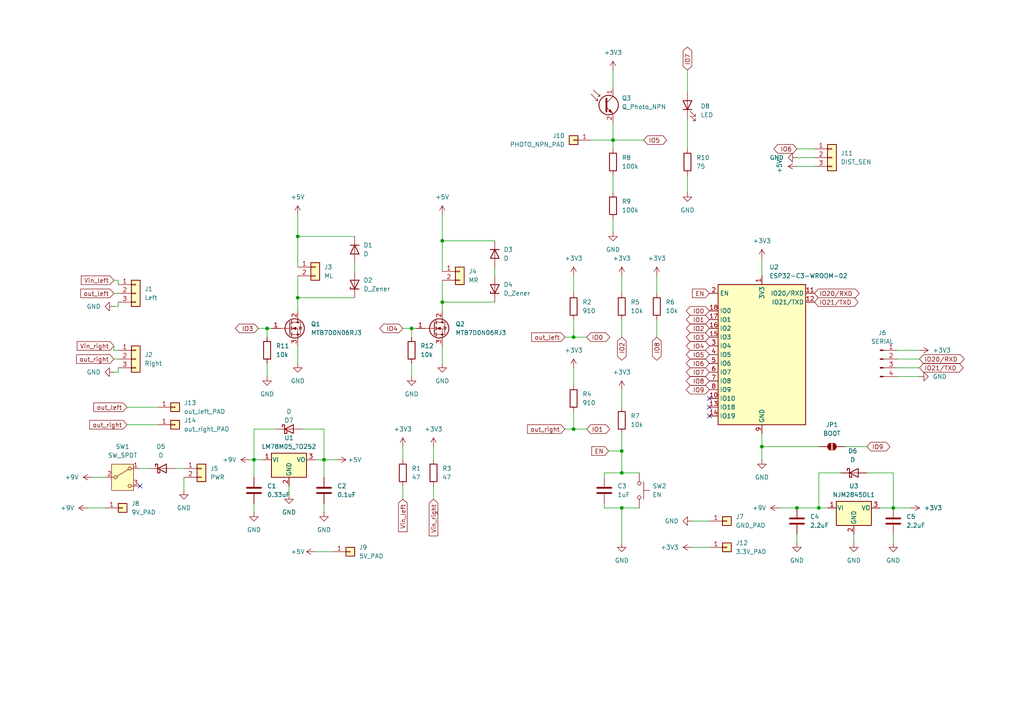
<source format=kicad_sch>
(kicad_sch (version 20250114) (generator "eeschema") (generator_version "9.0")
  (paper "A4")
  (lib_symbols
    (symbol "Connector:Conn_01x04_Pin" (pin_names (offset 1.016) (hide yes))
      (property "Reference" "J" (at 0 5.08 0))
      (property "Value" "Conn_01x04_Pin" (at 0 -7.62 0))
      (symbol "Conn_01x04_Pin_1_1"
        (pin passive line (at 5.08 2.54 180) (length 3.81) (name "Pin_1") (number "1"))
        (pin passive line (at 5.08 0 180) (length 3.81) (name "Pin_2") (number "2"))
        (pin passive line (at 5.08 -2.54 180) (length 3.81) (name "Pin_3") (number "3"))
        (pin passive line (at 5.08 -5.08 180) (length 3.81) (name "Pin_4") (number "4"))
      )
    )
    (symbol "Connector_Generic:Conn_01x01" (pin_names (offset 1.016) (hide yes))
      (property "Reference" "J" (at 0 2.54 0))
      (property "Value" "Conn_01x01" (at 0 -2.54 0))
      (symbol "Conn_01x01_1_1"
        (pin passive line (at -5.08 0 0) (length 3.81) (name "Pin_1") (number "1"))
      )
    )
    (symbol "Connector_Generic:Conn_01x02" (pin_names (offset 1.016) (hide yes))
      (property "Reference" "J" (at 0 2.54 0))
      (property "Value" "Conn_01x02" (at 0 -5.08 0))
      (symbol "Conn_01x02_1_1"
        (pin passive line (at -5.08 0 0) (length 3.81) (name "Pin_1") (number "1"))
        (pin passive line (at -5.08 -2.54 0) (length 3.81) (name "Pin_2") (number "2"))
      )
    )
    (symbol "Connector_Generic:Conn_01x03" (pin_names (offset 1.016) (hide yes))
      (property "Reference" "J" (at 0 5.08 0))
      (property "Value" "Conn_01x03" (at 0 -5.08 0))
      (symbol "Conn_01x03_1_1"
        (pin passive line (at -5.08 2.54 0) (length 3.81) (name "Pin_1") (number "1"))
        (pin passive line (at -5.08 0 0) (length 3.81) (name "Pin_2") (number "2"))
        (pin passive line (at -5.08 -2.54 0) (length 3.81) (name "Pin_3") (number "3"))
      )
    )
    (symbol "Device:C" (pin_numbers (hide yes)) (pin_names (offset 0.254))
      (property "Reference" "C" (at 0.635 2.54 0))
      (property "Value" "C" (at 0.635 -2.54 0))
      (symbol "C_1_1"
        (pin passive line (at 0 3.81 270) (length 2.794) (name "~") (number "1"))
        (pin passive line (at 0 -3.81 90) (length 2.794) (name "~") (number "2"))
      )
    )
    (symbol "Device:D" (pin_numbers (hide yes)) (pin_names (offset 1.016) (hide yes))
      (property "Reference" "D" (at 0 2.54 0))
      (property "Value" "D" (at 0 -2.54 0))
      (symbol "D_1_1"
        (pin passive line (at -3.81 0 0) (length 2.54) (name "K") (number "1"))
        (pin passive line (at 3.81 0 180) (length 2.54) (name "A") (number "2"))
      )
    )
    (symbol "Device:D_Schottky" (pin_numbers (hide yes)) (pin_names (offset 1.016) (hide yes))
      (property "Reference" "D" (at 0 2.54 0))
      (property "Value" "D_Schottky" (at 0 -2.54 0))
      (symbol "D_Schottky_1_1"
        (pin passive line (at -3.81 0 0) (length 2.54) (name "K") (number "1"))
        (pin passive line (at 3.81 0 180) (length 2.54) (name "A") (number "2"))
      )
    )
    (symbol "Device:D_Zener" (pin_numbers (hide yes)) (pin_names (offset 1.016) (hide yes))
      (property "Reference" "D" (at 0 2.54 0))
      (property "Value" "D_Zener" (at 0 -2.54 0))
      (symbol "D_Zener_1_1"
        (pin passive line (at -3.81 0 0) (length 2.54) (name "K") (number "1"))
        (pin passive line (at 3.81 0 180) (length 2.54) (name "A") (number "2"))
      )
    )
    (symbol "Device:LED" (pin_numbers (hide yes)) (pin_names (offset 1.016) (hide yes))
      (property "Reference" "D" (at 0 2.54 0))
      (property "Value" "LED" (at 0 -2.54 0))
      (symbol "LED_1_1"
        (pin passive line (at -3.81 0 0) (length 2.54) (name "K") (number "1"))
        (pin passive line (at 3.81 0 180) (length 2.54) (name "A") (number "2"))
      )
    )
    (symbol "Device:Q_Photo_NPN" (pin_names (offset 0) (hide yes))
      (property "Reference" "Q" (at 5.08 1.27 0))
      (property "Value" "Q_Photo_NPN" (at 5.08 -1.27 0))
      (symbol "Q_Photo_NPN_1_1"
        (pin passive line (at 2.54 5.08 270) (length 2.54) (name "C") (number "1"))
        (pin passive line (at 2.54 -5.08 90) (length 2.54) (name "E") (number "2"))
      )
    )
    (symbol "Device:R" (pin_numbers (hide yes)) (pin_names (offset 0))
      (property "Reference" "R" (at 2.032 0 90))
      (property "Value" "R" (at 0 0 90))
      (symbol "R_1_1"
        (pin passive line (at 0 3.81 270) (length 1.27) (name "~") (number "1"))
        (pin passive line (at 0 -3.81 90) (length 1.27) (name "~") (number "2"))
      )
    )
    (symbol "Jumper:SolderJumper_2_Open" (pin_numbers (hide yes)) (pin_names (offset 0) (hide yes)) (in_bom no)
      (property "Reference" "JP" (at 0 2.032 0))
      (property "Value" "SolderJumper_2_Open" (at 0 -2.54 0))
      (symbol "SolderJumper_2_Open_1_1"
        (pin passive line (at -3.81 0 0) (length 2.54) (name "A") (number "1"))
        (pin passive line (at 3.81 0 180) (length 2.54) (name "B") (number "2"))
      )
    )
    (symbol "RF_Module:ESP32-C3-WROOM-02"
      (property "Reference" "U" (at -12.192 21.336 0))
      (property "Value" "ESP32-C3-WROOM-02" (at 12.192 21.336 0))
      (symbol "ESP32-C3-WROOM-02_1_1"
        (pin input line (at -15.24 17.78 0) (length 2.54) (name "EN") (number "2"))
        (pin bidirectional line (at -15.24 12.7 0) (length 2.54) (name "IO0") (number "18"))
        (pin bidirectional line (at -15.24 10.16 0) (length 2.54) (name "IO1") (number "17"))
        (pin bidirectional line (at -15.24 7.62 0) (length 2.54) (name "IO2") (number "16"))
        (pin bidirectional line (at -15.24 5.08 0) (length 2.54) (name "IO3") (number "15"))
        (pin bidirectional line (at -15.24 2.54 0) (length 2.54) (name "IO4") (number "3"))
        (pin bidirectional line (at -15.24 0 0) (length 2.54) (name "IO5") (number "4"))
        (pin bidirectional line (at -15.24 -2.54 0) (length 2.54) (name "IO6") (number "5"))
        (pin bidirectional line (at -15.24 -5.08 0) (length 2.54) (name "IO7") (number "6"))
        (pin bidirectional line (at -15.24 -7.62 0) (length 2.54) (name "IO8") (number "7"))
        (pin bidirectional line (at -15.24 -10.16 0) (length 2.54) (name "IO9") (number "8"))
        (pin bidirectional line (at -15.24 -12.7 0) (length 2.54) (name "IO10") (number "10"))
        (pin bidirectional line (at -15.24 -15.24 0) (length 2.54) (name "IO18") (number "13"))
        (pin bidirectional line (at -15.24 -17.78 0) (length 2.54) (name "IO19") (number "14"))
        (pin power_in line (at 0 22.86 270) (length 2.54) (name "3V3") (number "1"))
        (pin passive line (at 0 -22.86 90) (length 2.54) (hide yes) (name "GND") (number "19"))
        (pin power_in line (at 0 -22.86 90) (length 2.54) (name "GND") (number "9"))
        (pin bidirectional line (at 15.24 17.78 180) (length 2.54) (name "IO20/RXD") (number "11"))
        (pin bidirectional line (at 15.24 15.24 180) (length 2.54) (name "IO21/TXD") (number "12"))
      )
    )
    (symbol "Regulator_Linear:LM78M05_TO252" (pin_names (offset 0.254))
      (property "Reference" "U" (at -3.81 3.175 0))
      (property "Value" "LM78M05_TO252" (at 0 3.175 0))
      (symbol "LM78M05_TO252_1_1"
        (pin power_in line (at -7.62 0 0) (length 2.54) (name "VI") (number "1"))
        (pin power_in line (at 0 -7.62 90) (length 2.54) (name "GND") (number "2"))
        (pin power_out line (at 7.62 0 180) (length 2.54) (name "VO") (number "3"))
      )
    )
    (symbol "Switch:SW_Push" (pin_numbers (hide yes)) (pin_names (offset 1.016) (hide yes))
      (property "Reference" "SW" (at 1.27 2.54 0))
      (property "Value" "SW_Push" (at 0 -1.524 0))
      (symbol "SW_Push_0_1"
        (pin passive line (at -5.08 0 0) (length 2.54) (name "1") (number "1"))
        (pin passive line (at 5.08 0 180) (length 2.54) (name "2") (number "2"))
      )
    )
    (symbol "Switch:SW_SPDT" (pin_names (offset 0) (hide yes))
      (property "Reference" "SW" (at 0 5.08 0))
      (property "Value" "SW_SPDT" (at 0 -5.08 0))
      (symbol "SW_SPDT_1_1"
        (pin passive line (at -5.08 0 0) (length 2.54) (name "B") (number "2"))
        (pin passive line (at 5.08 2.54 180) (length 2.54) (name "A") (number "1"))
        (pin passive line (at 5.08 -2.54 180) (length 2.54) (name "C") (number "3"))
      )
    )
    (symbol "power:+3V3" (power) (pin_numbers (hide yes)) (pin_names (offset 0) (hide yes))
      (property "Value" "+3V3" (at 0 3.556 0))
      (symbol "+3V3_1_1"
        (pin power_in line (at 0 0 90) (length 0) (name "~") (number "1"))
      )
    )
    (symbol "power:+5V" (power) (pin_numbers (hide yes)) (pin_names (offset 0) (hide yes))
      (property "Value" "+5V" (at 0 3.556 0))
      (symbol "+5V_1_1"
        (pin power_in line (at 0 0 90) (length 0) (name "~") (number "1"))
      )
    )
    (symbol "power:+9V" (power) (pin_numbers (hide yes)) (pin_names (offset 0) (hide yes))
      (property "Value" "+9V" (at 0 3.556 0))
      (symbol "+9V_1_1"
        (pin power_in line (at 0 0 90) (length 0) (name "~") (number "1"))
      )
    )
    (symbol "power:GND" (power) (pin_numbers (hide yes)) (pin_names (offset 0) (hide yes))
      (property "Value" "GND" (at 0 -3.81 0))
      (symbol "GND_1_1"
        (pin power_in line (at 0 0 270) (length 0) (name "~") (number "1"))
      )
    )
    (symbol "project:MTB7D0N06RJ3" (pin_names (hide yes))
      (property "Reference" "Q" (at 5.08 1.905 0))
      (property "Value" "MTB7D0N06RJ3" (at 5.08 0 0))
      (symbol "MTB7D0N06RJ3_1_1"
        (pin input line (at -5.08 0 0) (length 2.54) (name "G") (number "1"))
        (pin passive line (at 2.54 5.08 270) (length 2.54) (name "D") (number "2"))
        (pin passive line (at 2.54 -5.08 90) (length 2.54) (name "S") (number "3"))
      )
    )
  )
  (junction (at 259.08 147.32))
  (junction (at 128.27 87.63))
  (junction (at 86.36 86.36))
  (junction (at 177.8 40.64))
  (junction (at 119.38 95.25))
  (junction (at 220.98 129.54))
  (junction (at 237.49 147.32))
  (junction (at 86.36 68.58))
  (junction (at 180.34 130.81))
  (junction (at 166.37 124.46))
  (junction (at 166.37 97.79))
  (junction (at 73.66 133.35))
  (junction (at 128.27 69.85))
  (junction (at 231.14 147.32))
  (junction (at 180.34 137.16))
  (junction (at 77.47 95.25))
  (junction (at 180.34 147.32))
  (junction (at 93.98 133.35))
  (no_connect (at 205.74 120.65))
  (no_connect (at 205.74 118.11))
  (no_connect (at 40.64 140.97))
  (no_connect (at 205.74 115.57))
  (wire (pts (xy 93.98 133.35) (xy 97.79 133.35)))
  (wire (pts (xy 86.36 62.23) (xy 86.36 68.58)))
  (wire (pts (xy 260.35 101.6) (xy 266.7 101.6)))
  (wire (pts (xy 25.4 147.32) (xy 30.48 147.32)))
  (wire (pts (xy 176.53 130.81) (xy 180.34 130.81)))
  (wire (pts (xy 125.73 129.54) (xy 125.73 133.35)))
  (wire (pts (xy 74.93 95.25) (xy 77.47 95.25)))
  (wire (pts (xy 33.02 107.95) (xy 34.29 107.95)))
  (wire (pts (xy 185.42 147.32) (xy 180.34 147.32)))
  (wire (pts (xy 93.98 124.46) (xy 93.98 133.35)))
  (wire (pts (xy 33.02 88.9) (xy 34.29 88.9)))
  (wire (pts (xy 33.02 85.09) (xy 34.29 85.09)))
  (wire (pts (xy 177.8 40.64) (xy 186.69 40.64)))
  (wire (pts (xy 86.36 68.58) (xy 86.36 77.47)))
  (wire (pts (xy 116.84 140.97) (xy 116.84 144.78)))
  (wire (pts (xy 231.14 154.94) (xy 231.14 157.48)))
  (wire (pts (xy 116.84 95.25) (xy 119.38 95.25)))
  (wire (pts (xy 177.8 20.32) (xy 177.8 25.4)))
  (wire (pts (xy 33.02 81.28) (xy 34.29 81.28)))
  (wire (pts (xy 180.34 80.01) (xy 180.34 85.09)))
  (wire (pts (xy 73.66 124.46) (xy 73.66 133.35)))
  (wire (pts (xy 166.37 80.01) (xy 166.37 85.09)))
  (wire (pts (xy 231.14 48.26) (xy 236.22 48.26)))
  (wire (pts (xy 34.29 81.28) (xy 34.29 82.55)))
  (wire (pts (xy 251.46 137.16) (xy 259.08 137.16)))
  (wire (pts (xy 220.98 129.54) (xy 220.98 133.35)))
  (wire (pts (xy 128.27 100.33) (xy 128.27 105.41)))
  (wire (pts (xy 34.29 107.95) (xy 34.29 106.68)))
  (wire (pts (xy 77.47 105.41) (xy 77.47 109.22)))
  (wire (pts (xy 86.36 100.33) (xy 86.36 105.41)))
  (wire (pts (xy 243.84 137.16) (xy 237.49 137.16)))
  (wire (pts (xy 125.73 140.97) (xy 125.73 144.78)))
  (wire (pts (xy 80.01 124.46) (xy 73.66 124.46)))
  (wire (pts (xy 177.8 40.64) (xy 177.8 43.18)))
  (wire (pts (xy 87.63 124.46) (xy 93.98 124.46)))
  (wire (pts (xy 259.08 154.94) (xy 259.08 157.48)))
  (wire (pts (xy 163.83 97.79) (xy 166.37 97.79)))
  (wire (pts (xy 166.37 124.46) (xy 163.83 124.46)))
  (wire (pts (xy 260.35 104.14) (xy 266.7 104.14)))
  (wire (pts (xy 255.27 147.32) (xy 259.08 147.32)))
  (wire (pts (xy 247.65 154.94) (xy 247.65 157.48)))
  (wire (pts (xy 119.38 105.41) (xy 119.38 109.22)))
  (wire (pts (xy 36.83 118.11) (xy 45.72 118.11)))
  (wire (pts (xy 128.27 69.85) (xy 128.27 78.74)))
  (wire (pts (xy 83.82 140.97) (xy 83.82 143.51)))
  (wire (pts (xy 34.29 88.9) (xy 34.29 87.63)))
  (wire (pts (xy 86.36 80.01) (xy 86.36 86.36)))
  (wire (pts (xy 166.37 124.46) (xy 170.18 124.46)))
  (wire (pts (xy 190.5 92.71) (xy 190.5 97.79)))
  (wire (pts (xy 86.36 68.58) (xy 102.87 68.58)))
  (wire (pts (xy 180.34 92.71) (xy 180.34 97.79)))
  (wire (pts (xy 260.35 106.68) (xy 266.7 106.68)))
  (wire (pts (xy 175.26 146.05) (xy 175.26 147.32)))
  (wire (pts (xy 93.98 146.05) (xy 93.98 148.59)))
  (wire (pts (xy 128.27 87.63) (xy 128.27 90.17)))
  (wire (pts (xy 86.36 86.36) (xy 86.36 90.17)))
  (wire (pts (xy 119.38 95.25) (xy 119.38 97.79)))
  (wire (pts (xy 180.34 137.16) (xy 180.34 130.81)))
  (wire (pts (xy 237.49 137.16) (xy 237.49 147.32)))
  (wire (pts (xy 86.36 86.36) (xy 102.87 86.36)))
  (wire (pts (xy 26.67 138.43) (xy 30.48 138.43)))
  (wire (pts (xy 33.02 104.14) (xy 34.29 104.14)))
  (wire (pts (xy 199.39 20.32) (xy 199.39 26.67)))
  (wire (pts (xy 177.8 63.5) (xy 177.8 67.31)))
  (wire (pts (xy 128.27 87.63) (xy 143.51 87.63)))
  (wire (pts (xy 199.39 50.8) (xy 199.39 55.88)))
  (wire (pts (xy 93.98 133.35) (xy 93.98 138.43)))
  (wire (pts (xy 220.98 125.73) (xy 220.98 129.54)))
  (wire (pts (xy 260.35 109.22) (xy 266.7 109.22)))
  (wire (pts (xy 128.27 81.28) (xy 128.27 87.63)))
  (wire (pts (xy 40.64 135.89) (xy 43.18 135.89)))
  (wire (pts (xy 166.37 97.79) (xy 170.18 97.79)))
  (wire (pts (xy 231.14 147.32) (xy 237.49 147.32)))
  (wire (pts (xy 180.34 147.32) (xy 180.34 157.48)))
  (wire (pts (xy 166.37 92.71) (xy 166.37 97.79)))
  (wire (pts (xy 77.47 95.25) (xy 78.74 95.25)))
  (wire (pts (xy 259.08 147.32) (xy 264.16 147.32)))
  (wire (pts (xy 177.8 35.56) (xy 177.8 40.64)))
  (wire (pts (xy 128.27 69.85) (xy 143.51 69.85)))
  (wire (pts (xy 180.34 113.03) (xy 180.34 118.11)))
  (wire (pts (xy 185.42 137.16) (xy 180.34 137.16)))
  (wire (pts (xy 73.66 133.35) (xy 76.2 133.35)))
  (wire (pts (xy 237.49 147.32) (xy 240.03 147.32)))
  (wire (pts (xy 102.87 76.2) (xy 102.87 78.74)))
  (wire (pts (xy 143.51 77.47) (xy 143.51 80.01)))
  (wire (pts (xy 128.27 62.23) (xy 128.27 69.85)))
  (wire (pts (xy 166.37 106.68) (xy 166.37 111.76)))
  (wire (pts (xy 175.26 137.16) (xy 180.34 137.16)))
  (wire (pts (xy 73.66 133.35) (xy 73.66 138.43)))
  (wire (pts (xy 231.14 45.72) (xy 236.22 45.72)))
  (wire (pts (xy 175.26 138.43) (xy 175.26 137.16)))
  (wire (pts (xy 116.84 129.54) (xy 116.84 133.35)))
  (wire (pts (xy 199.39 34.29) (xy 199.39 43.18)))
  (wire (pts (xy 166.37 119.38) (xy 166.37 124.46)))
  (wire (pts (xy 33.02 100.33) (xy 33.02 101.6)))
  (wire (pts (xy 259.08 137.16) (xy 259.08 147.32)))
  (wire (pts (xy 91.44 133.35) (xy 93.98 133.35)))
  (wire (pts (xy 72.39 133.35) (xy 73.66 133.35)))
  (wire (pts (xy 77.47 95.25) (xy 77.47 97.79)))
  (wire (pts (xy 91.44 160.02) (xy 96.52 160.02)))
  (wire (pts (xy 50.8 135.89) (xy 53.34 135.89)))
  (wire (pts (xy 177.8 50.8) (xy 177.8 55.88)))
  (wire (pts (xy 200.66 158.75) (xy 205.74 158.75)))
  (wire (pts (xy 171.45 40.64) (xy 177.8 40.64)))
  (wire (pts (xy 226.06 147.32) (xy 231.14 147.32)))
  (wire (pts (xy 220.98 129.54) (xy 237.49 129.54)))
  (wire (pts (xy 190.5 80.01) (xy 190.5 85.09)))
  (wire (pts (xy 175.26 147.32) (xy 180.34 147.32)))
  (wire (pts (xy 119.38 95.25) (xy 120.65 95.25)))
  (wire (pts (xy 53.34 138.43) (xy 53.34 142.24)))
  (wire (pts (xy 73.66 146.05) (xy 73.66 148.59)))
  (wire (pts (xy 180.34 130.81) (xy 180.34 125.73)))
  (wire (pts (xy 220.98 74.93) (xy 220.98 80.01)))
  (wire (pts (xy 33.02 101.6) (xy 34.29 101.6)))
  (wire (pts (xy 245.11 129.54) (xy 251.46 129.54)))
  (wire (pts (xy 200.66 151.13) (xy 205.74 151.13)))
  (wire (pts (xy 36.83 123.19) (xy 45.72 123.19)))
  (wire (pts (xy 231.14 43.18) (xy 236.22 43.18)))
  (global_label "out_left" (shape input) (at 33.02 85.09 180) (property "Intersheetrefs" "${INTERSHEET_REFS}" (effects (hide yes))))
  (global_label "IO9" (shape bidirectional) (at 205.74 113.03 180) (property "Intersheetrefs" "${INTERSHEET_REFS}" (effects (hide yes))))
  (global_label "IO9" (shape bidirectional) (at 251.46 129.54 0) (property "Intersheetrefs" "${INTERSHEET_REFS}" (effects (hide yes))))
  (global_label "out_left" (shape input) (at 163.83 97.79 180) (property "Intersheetrefs" "${INTERSHEET_REFS}" (effects (hide yes))))
  (global_label "EN" (shape input) (at 176.53 130.81 180) (property "Intersheetrefs" "${INTERSHEET_REFS}" (effects (hide yes))))
  (global_label "Vin_left" (shape input) (at 116.84 144.78 270) (property "Intersheetrefs" "${INTERSHEET_REFS}" (effects (hide yes))))
  (global_label "IO5" (shape bidirectional) (at 186.69 40.64 0) (property "Intersheetrefs" "${INTERSHEET_REFS}" (effects (hide yes))))
  (global_label "Vin_right" (shape input) (at 33.02 100.33 180) (property "Intersheetrefs" "${INTERSHEET_REFS}" (effects (hide yes))))
  (global_label "IO5" (shape bidirectional) (at 205.74 102.87 180) (property "Intersheetrefs" "${INTERSHEET_REFS}" (effects (hide yes))))
  (global_label "IO2" (shape bidirectional) (at 205.74 95.25 180) (property "Intersheetrefs" "${INTERSHEET_REFS}" (effects (hide yes))))
  (global_label "IO20/RXD" (shape bidirectional) (at 236.22 85.09 0) (property "Intersheetrefs" "${INTERSHEET_REFS}" (effects (hide yes))))
  (global_label "IO0" (shape bidirectional) (at 170.18 97.79 0) (property "Intersheetrefs" "${INTERSHEET_REFS}" (effects (hide yes))))
  (global_label "out_left" (shape input) (at 36.83 118.11 180) (property "Intersheetrefs" "${INTERSHEET_REFS}" (effects (hide yes))))
  (global_label "IO4" (shape bidirectional) (at 205.74 100.33 180) (property "Intersheetrefs" "${INTERSHEET_REFS}" (effects (hide yes))))
  (global_label "IO3" (shape bidirectional) (at 205.74 97.79 180) (property "Intersheetrefs" "${INTERSHEET_REFS}" (effects (hide yes))))
  (global_label "IO6" (shape bidirectional) (at 205.74 105.41 180) (property "Intersheetrefs" "${INTERSHEET_REFS}" (effects (hide yes))))
  (global_label "IO20/RXD" (shape bidirectional) (at 266.7 104.14 0) (property "Intersheetrefs" "${INTERSHEET_REFS}" (effects (hide yes))))
  (global_label "EN" (shape input) (at 205.74 85.09 180) (property "Intersheetrefs" "${INTERSHEET_REFS}" (effects (hide yes))))
  (global_label "Vin_right" (shape input) (at 125.73 144.78 270) (property "Intersheetrefs" "${INTERSHEET_REFS}" (effects (hide yes))))
  (global_label "out_right" (shape input) (at 33.02 104.14 180) (property "Intersheetrefs" "${INTERSHEET_REFS}" (effects (hide yes))))
  (global_label "IO7" (shape bidirectional) (at 199.39 20.32 90) (property "Intersheetrefs" "${INTERSHEET_REFS}" (effects (hide yes))))
  (global_label "IO4" (shape bidirectional) (at 116.84 95.25 180) (property "Intersheetrefs" "${INTERSHEET_REFS}" (effects (hide yes))))
  (global_label "IO21/TXD" (shape bidirectional) (at 236.22 87.63 0) (property "Intersheetrefs" "${INTERSHEET_REFS}" (effects (hide yes))))
  (global_label "out_right" (shape input) (at 36.83 123.19 180) (property "Intersheetrefs" "${INTERSHEET_REFS}" (effects (hide yes))))
  (global_label "Vin_left" (shape input) (at 33.02 81.28 180) (property "Intersheetrefs" "${INTERSHEET_REFS}" (effects (hide yes))))
  (global_label "IO8" (shape bidirectional) (at 190.5 97.79 270) (property "Intersheetrefs" "${INTERSHEET_REFS}" (effects (hide yes))))
  (global_label "IO7" (shape bidirectional) (at 205.74 107.95 180) (property "Intersheetrefs" "${INTERSHEET_REFS}" (effects (hide yes))))
  (global_label "IO21/TXD" (shape bidirectional) (at 266.7 106.68 0) (property "Intersheetrefs" "${INTERSHEET_REFS}" (effects (hide yes))))
  (global_label "IO3" (shape bidirectional) (at 74.93 95.25 180) (property "Intersheetrefs" "${INTERSHEET_REFS}" (effects (hide yes))))
  (global_label "IO1" (shape bidirectional) (at 170.18 124.46 0) (property "Intersheetrefs" "${INTERSHEET_REFS}" (effects (hide yes))))
  (global_label "IO8" (shape bidirectional) (at 205.74 110.49 180) (property "Intersheetrefs" "${INTERSHEET_REFS}" (effects (hide yes))))
  (global_label "IO2" (shape bidirectional) (at 180.34 97.79 270) (property "Intersheetrefs" "${INTERSHEET_REFS}" (effects (hide yes))))
  (global_label "IO6" (shape bidirectional) (at 231.14 43.18 180) (property "Intersheetrefs" "${INTERSHEET_REFS}" (effects (hide yes))))
  (global_label "IO0" (shape bidirectional) (at 205.74 90.17 180) (property "Intersheetrefs" "${INTERSHEET_REFS}" (effects (hide yes))))
  (global_label "out_right" (shape input) (at 163.83 124.46 180) (property "Intersheetrefs" "${INTERSHEET_REFS}" (effects (hide yes))))
  (global_label "IO1" (shape bidirectional) (at 205.74 92.71 180) (property "Intersheetrefs" "${INTERSHEET_REFS}" (effects (hide yes))))
  (symbol (lib_id "power:+3V3") (at 190.5 80.01 0) (unit 1)
    (property "Reference" "#PWR020" (effects (hide yes)))
    (property "Value" "+3V3" (at 190.5 74.93 0))
    (property "Description" "Power symbol creates a global label with name \"+3V3\"" (effects (hide yes)))
  )
  (symbol (lib_id "Device:D_Schottky") (at 46.99 135.89 0) (unit 1)
    (property "Reference" "D5" (at 46.6725 129.54 0))
    (property "Value" "D" (at 46.6725 132.08 0))
    (property "Footprint" "Diode_THT:D_DO-41_SOD81_P2.54mm_Vertical_AnodeUp" (effects (hide yes)))
    (property "Description" "Schottky diode" (effects (hide yes)))
    (property "Sim.Device" "D" (effects (hide yes)))
    (property "Sim.Pins" "1=K 2=A" (effects (hide yes)))
  )
  (symbol (lib_id "Connector_Generic:Conn_01x02") (at 133.35 78.74 0) (unit 1)
    (property "Reference" "J4" (at 135.89 78.7399 0) (effects (justify left)))
    (property "Value" "MR" (at 135.89 81.2799 0) (effects (justify left)))
    (property "Footprint" "Connector_PinSocket_2.54mm:PinSocket_1x02_P2.54mm_Vertical" (effects (hide yes)))
    (property "Description" "Generic connector, single row, 01x02, script generated (kicad-library-utils/schlib/autogen/connector/)" (effects (hide yes)))
  )
  (symbol (lib_id "power:+3V3") (at 180.34 113.03 0) (unit 1)
    (property "Reference" "#PWR022" (effects (hide yes)))
    (property "Value" "+3V3" (at 180.34 107.95 0))
    (property "Description" "Power symbol creates a global label with name \"+3V3\"" (effects (hide yes)))
  )
  (symbol (lib_id "Device:R") (at 166.37 88.9 0) (unit 1)
    (property "Reference" "R2" (at 168.91 87.6299 0) (effects (justify left)))
    (property "Value" "910" (at 168.91 90.1699 0) (effects (justify left)))
    (property "Footprint" "Resistor_SMD:R_0603_1608Metric_Pad0.98x0.95mm_HandSolder" (effects (hide yes)))
    (property "Description" "Resistor" (effects (hide yes)))
  )
  (symbol (lib_id "Device:Q_Photo_NPN") (at 175.26 30.48 0) (unit 1)
    (property "Reference" "Q3" (at 180.34 28.4606 0) (effects (justify left)))
    (property "Value" "Q_Photo_NPN" (at 180.34 31.0006 0) (effects (justify left)))
    (property "Footprint" "LED_THT:LED_D3.0mm_Clear" (effects (hide yes)))
    (property "Description" "NPN phototransistor, collector/emitter" (effects (hide yes)))
  )
  (symbol (lib_id "power:GND") (at 177.8 67.31 0) (unit 1)
    (property "Reference" "#PWR034" (effects (hide yes)))
    (property "Value" "GND" (at 177.8 72.39 0))
    (property "Description" "Power symbol creates a global label with name \"GND\" , ground" (effects (hide yes)))
  )
  (symbol (lib_id "Connector_Generic:Conn_01x01") (at 50.8 123.19 0) (unit 1)
    (property "Reference" "J14" (at 53.34 121.9199 0) (effects (justify left)))
    (property "Value" "out_right_PAD" (at 53.34 124.4599 0) (effects (justify left)))
    (property "Footprint" "Connector_Wire:SolderWirePad_1x01_SMD_2x4mm" (effects (hide yes)))
    (property "Description" "Generic connector, single row, 01x01, script generated (kicad-library-utils/schlib/autogen/connector/)" (effects (hide yes)))
  )
  (symbol (lib_id "power:+5V") (at 128.27 62.23 0) (unit 1)
    (property "Reference" "#PWR010" (effects (hide yes)))
    (property "Value" "+5V" (at 128.27 57.15 0))
    (property "Description" "Power symbol creates a global label with name \"+5V\"" (effects (hide yes)))
  )
  (symbol (lib_id "project:MTB7D0N06RJ3") (at 125.73 95.25 0) (unit 1)
    (property "Reference" "Q2" (at 132.08 93.9799 0) (effects (justify left)))
    (property "Value" "MTB7D0N06RJ3" (at 132.08 96.5199 0) (effects (justify left)))
    (property "Footprint" "Package_TO_SOT_SMD:TO-252-2" (effects (hide yes)))
    (property "Datasheet" "https://akizukidenshi.com/goodsaffix/MTB7D0N06RJ3_220718.pdf" (effects (hide yes)))
    (property "Description" "53A Id,60V Vds, N-Channel MOSFET, TO-252" (effects (hide yes)))
  )
  (symbol (lib_id "Switch:SW_Push") (at 185.42 142.24 270) (unit 1)
    (property "Reference" "SW2" (at 189.23 140.9699 90) (effects (justify left)))
    (property "Value" "EN" (at 189.23 143.5099 90) (effects (justify left)))
    (property "Footprint" "Button_Switch_THT:SW_PUSH_6mm" (effects (hide yes)))
    (property "Description" "Push button switch, generic, two pins" (effects (hide yes)))
  )
  (symbol (lib_id "Connector_Generic:Conn_01x01") (at 210.82 151.13 0) (unit 1)
    (property "Reference" "J7" (at 213.36 149.8599 0) (effects (justify left)))
    (property "Value" "GND_PAD" (at 213.36 152.3999 0) (effects (justify left)))
    (property "Footprint" "Connector_Wire:SolderWirePad_1x01_SMD_2x4mm" (effects (hide yes)))
    (property "Description" "Generic connector, single row, 01x01, script generated (kicad-library-utils/schlib/autogen/connector/)" (effects (hide yes)))
  )
  (symbol (lib_id "Device:D_Schottky") (at 247.65 137.16 0) (unit 1)
    (property "Reference" "D6" (at 247.3325 130.81 0))
    (property "Value" "D" (at 247.3325 133.35 0))
    (property "Footprint" "Diode_THT:D_DO-41_SOD81_P2.54mm_Vertical_AnodeUp" (effects (hide yes)))
    (property "Description" "Schottky diode" (effects (hide yes)))
    (property "Sim.Device" "D" (effects (hide yes)))
    (property "Sim.Pins" "1=K 2=A" (effects (hide yes)))
  )
  (symbol (lib_id "Connector_Generic:Conn_01x03") (at 39.37 85.09 0) (unit 1)
    (property "Reference" "J1" (at 41.91 83.8199 0) (effects (justify left)))
    (property "Value" "Left" (at 41.91 86.3599 0) (effects (justify left)))
    (property "Footprint" "Connector_PinSocket_2.54mm:PinSocket_1x03_P2.54mm_Vertical" (effects (hide yes)))
    (property "Description" "Generic connector, single row, 01x03, script generated (kicad-library-utils/schlib/autogen/connector/)" (effects (hide yes)))
  )
  (symbol (lib_id "power:+3V3") (at 264.16 147.32 270) (unit 1)
    (property "Reference" "#PWR029" (effects (hide yes)))
    (property "Value" "+3V3" (at 267.97 147.3199 90) (effects (justify left)))
    (property "Description" "Power symbol creates a global label with name \"+3V3\"" (effects (hide yes)))
  )
  (symbol (lib_id "Connector_Generic:Conn_01x03") (at 241.3 45.72 0) (unit 1)
    (property "Reference" "J11" (at 243.84 44.4499 0) (effects (justify left)))
    (property "Value" "DIST_SEN" (at 243.84 46.9899 0) (effects (justify left)))
    (property "Footprint" "Connector_PinSocket_2.54mm:PinSocket_1x03_P2.54mm_Vertical" (effects (hide yes)))
    (property "Description" "Generic connector, single row, 01x03, script generated (kicad-library-utils/schlib/autogen/connector/)" (effects (hide yes)))
  )
  (symbol (lib_id "Connector_Generic:Conn_01x01") (at 166.37 40.64 0) (mirror y) (unit 1)
    (property "Reference" "J10" (at 163.83 39.3699 0) (effects (justify left)))
    (property "Value" "PHOTO_NPN_PAD" (at 163.83 41.9099 0) (effects (justify left)))
    (property "Footprint" "Connector_Wire:SolderWirePad_1x01_SMD_2x4mm" (effects (hide yes)))
    (property "Description" "Generic connector, single row, 01x01, script generated (kicad-library-utils/schlib/autogen/connector/)" (effects (hide yes)))
  )
  (symbol (lib_id "power:GND") (at 83.82 143.51 0) (unit 1)
    (property "Reference" "#PWR014" (effects (hide yes)))
    (property "Value" "GND" (at 83.82 148.59 0))
    (property "Description" "Power symbol creates a global label with name \"GND\" , ground" (effects (hide yes)))
  )
  (symbol (lib_id "project:MTB7D0N06RJ3") (at 83.82 95.25 0) (unit 1)
    (property "Reference" "Q1" (at 90.17 93.9799 0) (effects (justify left)))
    (property "Value" "MTB7D0N06RJ3" (at 90.17 96.5199 0) (effects (justify left)))
    (property "Footprint" "Package_TO_SOT_SMD:TO-252-2" (effects (hide yes)))
    (property "Datasheet" "https://akizukidenshi.com/goodsaffix/MTB7D0N06RJ3_220718.pdf" (effects (hide yes)))
    (property "Description" "53A Id,60V Vds, N-Channel MOSFET, TO-252" (effects (hide yes)))
  )
  (symbol (lib_id "power:+3V3") (at 180.34 80.01 0) (unit 1)
    (property "Reference" "#PWR019" (effects (hide yes)))
    (property "Value" "+3V3" (at 180.34 74.93 0))
    (property "Description" "Power symbol creates a global label with name \"+3V3\"" (effects (hide yes)))
  )
  (symbol (lib_id "Device:R") (at 177.8 59.69 0) (unit 1)
    (property "Reference" "R9" (at 180.34 58.4199 0) (effects (justify left)))
    (property "Value" "100k" (at 180.34 60.9599 0) (effects (justify left)))
    (property "Footprint" "Resistor_SMD:R_0603_1608Metric_Pad0.98x0.95mm_HandSolder" (effects (hide yes)))
    (property "Description" "Resistor" (effects (hide yes)))
  )
  (symbol (lib_id "Device:D_Zener") (at 102.87 82.55 90) (unit 1)
    (property "Reference" "D2" (at 105.41 81.2799 90) (effects (justify right)))
    (property "Value" "D_Zener" (at 105.41 83.8199 90) (effects (justify right)))
    (property "Footprint" "Diode_THT:D_DO-35_SOD27_P2.54mm_Vertical_AnodeUp" (effects (hide yes)))
    (property "Description" "Zener diode" (effects (hide yes)))
  )
  (symbol (lib_id "power:+3V3") (at 220.98 74.93 0) (unit 1)
    (property "Reference" "#PWR021" (effects (hide yes)))
    (property "Value" "+3V3" (at 220.98 69.85 0))
    (property "Description" "Power symbol creates a global label with name \"+3V3\"" (effects (hide yes)))
  )
  (symbol (lib_id "power:GND") (at 119.38 109.22 0) (unit 1)
    (property "Reference" "#PWR039" (effects (hide yes)))
    (property "Value" "GND" (at 119.38 114.3 0))
    (property "Description" "Power symbol creates a global label with name \"GND\" , ground" (effects (hide yes)))
  )
  (symbol (lib_id "Device:R") (at 190.5 88.9 0) (unit 1)
    (property "Reference" "R6" (at 193.04 87.6299 0) (effects (justify left)))
    (property "Value" "10k" (at 193.04 90.1699 0) (effects (justify left)))
    (property "Footprint" "Resistor_SMD:R_0603_1608Metric_Pad0.98x0.95mm_HandSolder" (effects (hide yes)))
    (property "Description" "Resistor" (effects (hide yes)))
  )
  (symbol (lib_id "power:+3V3") (at 177.8 20.32 0) (unit 1)
    (property "Reference" "#PWR035" (effects (hide yes)))
    (property "Value" "+3V3" (at 177.8 15.24 0))
    (property "Description" "Power symbol creates a global label with name \"+3V3\"" (effects (hide yes)))
  )
  (symbol (lib_id "Switch:SW_SPDT") (at 35.56 138.43 0) (unit 1)
    (property "Reference" "SW1" (at 35.56 129.54 0))
    (property "Value" "SW_SPDT" (at 35.56 132.08 0))
    (property "Footprint" "Library:SW_Slide-03_2MS1-T1-B4-M2-Q-E_P2.54mm" (effects (hide yes)))
    (property "Description" "Switch, single pole double throw" (effects (hide yes)))
  )
  (symbol (lib_id "power:+9V") (at 72.39 133.35 90) (unit 1)
    (property "Reference" "#PWR013" (effects (hide yes)))
    (property "Value" "+9V" (at 68.58 133.3499 90) (effects (justify left)))
    (property "Description" "Power symbol creates a global label with name \"+9V\"" (effects (hide yes)))
  )
  (symbol (lib_id "Device:R") (at 177.8 46.99 0) (unit 1)
    (property "Reference" "R8" (at 180.34 45.7199 0) (effects (justify left)))
    (property "Value" "100k" (at 180.34 48.2599 0) (effects (justify left)))
    (property "Footprint" "Resistor_SMD:R_0603_1608Metric_Pad0.98x0.95mm_HandSolder" (effects (hide yes)))
    (property "Description" "Resistor" (effects (hide yes)))
  )
  (symbol (lib_id "power:GND") (at 199.39 55.88 0) (unit 1)
    (property "Reference" "#PWR036" (effects (hide yes)))
    (property "Value" "GND" (at 199.39 60.96 0))
    (property "Description" "Power symbol creates a global label with name \"GND\" , ground" (effects (hide yes)))
  )
  (symbol (lib_id "Connector_Generic:Conn_01x02") (at 58.42 135.89 0) (unit 1)
    (property "Reference" "J5" (at 60.96 135.8899 0) (effects (justify left)))
    (property "Value" "PWR" (at 60.96 138.4299 0) (effects (justify left)))
    (property "Footprint" "Connector_PinHeader_2.54mm:PinHeader_1x02_P2.54mm_Vertical" (effects (hide yes)))
    (property "Description" "Generic connector, single row, 01x02, script generated (kicad-library-utils/schlib/autogen/connector/)" (effects (hide yes)))
  )
  (symbol (lib_id "Device:D") (at 143.51 73.66 270) (unit 1)
    (property "Reference" "D3" (at 146.05 72.3899 90) (effects (justify left)))
    (property "Value" "D" (at 146.05 74.9299 90) (effects (justify left)))
    (property "Footprint" "Diode_THT:D_DO-15_P2.54mm_Vertical_AnodeUp" (effects (hide yes)))
    (property "Description" "Diode" (effects (hide yes)))
    (property "Sim.Device" "D" (effects (hide yes)))
    (property "Sim.Pins" "1=K 2=A" (effects (hide yes)))
  )
  (symbol (lib_id "power:GND") (at 33.02 88.9 270) (mirror x) (unit 1)
    (property "Reference" "#PWR04" (effects (hide yes)))
    (property "Value" "GND" (at 29.21 88.8999 90) (effects (justify right)))
    (property "Description" "Power symbol creates a global label with name \"GND\" , ground" (effects (hide yes)))
  )
  (symbol (lib_id "power:GND") (at 128.27 105.41 0) (unit 1)
    (property "Reference" "#PWR012" (effects (hide yes)))
    (property "Value" "GND" (at 128.27 110.49 0))
    (property "Description" "Power symbol creates a global label with name \"GND\" , ground" (effects (hide yes)))
  )
  (symbol (lib_id "Connector:Conn_01x04_Pin") (at 255.27 104.14 0) (unit 1)
    (property "Reference" "J6" (at 255.905 96.52 0))
    (property "Value" "SERIAL" (at 255.905 99.06 0))
    (property "Footprint" "Connector_PinHeader_2.54mm:PinHeader_1x04_P2.54mm_Vertical" (effects (hide yes)))
    (property "Description" "Generic connector, single row, 01x04, script generated" (effects (hide yes)))
  )
  (symbol (lib_id "Device:D_Zener") (at 143.51 83.82 90) (unit 1)
    (property "Reference" "D4" (at 146.05 82.5499 90) (effects (justify right)))
    (property "Value" "D_Zener" (at 146.05 85.0899 90) (effects (justify right)))
    (property "Footprint" "Diode_THT:D_DO-35_SOD27_P2.54mm_Vertical_AnodeUp" (effects (hide yes)))
    (property "Description" "Zener diode" (effects (hide yes)))
  )
  (symbol (lib_id "power:GND") (at 53.34 142.24 0) (unit 1)
    (property "Reference" "#PWR02" (effects (hide yes)))
    (property "Value" "GND" (at 53.34 147.32 0))
    (property "Description" "Power symbol creates a global label with name \"GND\" , ground" (effects (hide yes)))
  )
  (symbol (lib_id "Connector_Generic:Conn_01x01") (at 50.8 118.11 0) (unit 1)
    (property "Reference" "J13" (at 53.34 116.8399 0) (effects (justify left)))
    (property "Value" "out_left_PAD" (at 53.34 119.3799 0) (effects (justify left)))
    (property "Footprint" "Connector_Wire:SolderWirePad_1x01_SMD_2x4mm" (effects (hide yes)))
    (property "Description" "Generic connector, single row, 01x01, script generated (kicad-library-utils/schlib/autogen/connector/)" (effects (hide yes)))
  )
  (symbol (lib_id "power:GND") (at 77.47 109.22 0) (unit 1)
    (property "Reference" "#PWR040" (effects (hide yes)))
    (property "Value" "GND" (at 77.47 114.3 0))
    (property "Description" "Power symbol creates a global label with name \"GND\" , ground" (effects (hide yes)))
  )
  (symbol (lib_id "Device:R") (at 166.37 115.57 0) (unit 1)
    (property "Reference" "R4" (at 168.91 114.2999 0) (effects (justify left)))
    (property "Value" "910" (at 168.91 116.8399 0) (effects (justify left)))
    (property "Footprint" "Resistor_SMD:R_0603_1608Metric_Pad0.98x0.95mm_HandSolder" (effects (hide yes)))
    (property "Description" "Resistor" (effects (hide yes)))
  )
  (symbol (lib_id "power:+3V3") (at 166.37 106.68 0) (unit 1)
    (property "Reference" "#PWR07" (effects (hide yes)))
    (property "Value" "+3V3" (at 166.37 101.6 0))
    (property "Description" "Power symbol creates a global label with name \"+3V3\"" (effects (hide yes)))
  )
  (symbol (lib_id "Device:D") (at 102.87 72.39 270) (unit 1)
    (property "Reference" "D1" (at 105.41 71.1199 90) (effects (justify left)))
    (property "Value" "D" (at 105.41 73.6599 90) (effects (justify left)))
    (property "Footprint" "Diode_THT:D_DO-15_P2.54mm_Vertical_AnodeUp" (effects (hide yes)))
    (property "Description" "Diode" (effects (hide yes)))
    (property "Sim.Device" "D" (effects (hide yes)))
    (property "Sim.Pins" "1=K 2=A" (effects (hide yes)))
  )
  (symbol (lib_id "power:+5V") (at 86.36 62.23 0) (unit 1)
    (property "Reference" "#PWR08" (effects (hide yes)))
    (property "Value" "+5V" (at 86.36 57.15 0))
    (property "Description" "Power symbol creates a global label with name \"+5V\"" (effects (hide yes)))
  )
  (symbol (lib_id "power:GND") (at 231.14 157.48 0) (unit 1)
    (property "Reference" "#PWR031" (effects (hide yes)))
    (property "Value" "GND" (at 231.14 162.56 0))
    (property "Description" "Power symbol creates a global label with name \"GND\" , ground" (effects (hide yes)))
  )
  (symbol (lib_id "Device:LED") (at 199.39 30.48 90) (unit 1)
    (property "Reference" "D8" (at 203.2 30.7974 90) (effects (justify right)))
    (property "Value" "LED" (at 203.2 33.3374 90) (effects (justify right)))
    (property "Footprint" "LED_THT:LED_D5.0mm_Horizontal_O3.81mm_Z3.0mm" (effects (hide yes)))
    (property "Description" "Light emitting diode" (effects (hide yes)))
    (property "Sim.Pins" "1=K 2=A" (effects (hide yes)))
  )
  (symbol (lib_id "Connector_Generic:Conn_01x02") (at 91.44 77.47 0) (unit 1)
    (property "Reference" "J3" (at 93.98 77.4699 0) (effects (justify left)))
    (property "Value" "ML" (at 93.98 80.0099 0) (effects (justify left)))
    (property "Footprint" "Connector_PinSocket_2.54mm:PinSocket_1x02_P2.54mm_Vertical" (effects (hide yes)))
    (property "Description" "Generic connector, single row, 01x02, script generated (kicad-library-utils/schlib/autogen/connector/)" (effects (hide yes)))
  )
  (symbol (lib_id "Device:R") (at 199.39 46.99 0) (unit 1)
    (property "Reference" "R10" (at 201.93 45.7199 0) (effects (justify left)))
    (property "Value" "75" (at 201.93 48.2599 0) (effects (justify left)))
    (property "Footprint" "Resistor_SMD:R_0603_1608Metric_Pad0.98x0.95mm_HandSolder" (effects (hide yes)))
    (property "Description" "Resistor" (effects (hide yes)))
  )
  (symbol (lib_id "Device:C") (at 259.08 151.13 0) (unit 1)
    (property "Reference" "C5" (at 262.89 149.8599 0) (effects (justify left)))
    (property "Value" "2.2uF" (at 262.89 152.3999 0) (effects (justify left)))
    (property "Footprint" "Capacitor_SMD:C_0603_1608Metric_Pad1.08x0.95mm_HandSolder" (effects (hide yes)))
    (property "Description" "Unpolarized capacitor" (effects (hide yes)))
  )
  (symbol (lib_id "Connector_Generic:Conn_01x01") (at 101.6 160.02 0) (unit 1)
    (property "Reference" "J9" (at 104.14 158.7499 0) (effects (justify left)))
    (property "Value" "5V_PAD" (at 104.14 161.2899 0) (effects (justify left)))
    (property "Footprint" "Connector_Wire:SolderWirePad_1x01_SMD_2x4mm" (effects (hide yes)))
    (property "Description" "Generic connector, single row, 01x01, script generated (kicad-library-utils/schlib/autogen/connector/)" (effects (hide yes)))
  )
  (symbol (lib_id "power:+5V") (at 97.79 133.35 270) (unit 1)
    (property "Reference" "#PWR015" (effects (hide yes)))
    (property "Value" "+5V" (at 102.87 133.35 90))
    (property "Description" "Power symbol creates a global label with name \"+5V\"" (effects (hide yes)))
  )
  (symbol (lib_id "power:GND") (at 180.34 157.48 0) (unit 1)
    (property "Reference" "#PWR023" (effects (hide yes)))
    (property "Value" "GND" (at 180.34 162.56 0))
    (property "Description" "Power symbol creates a global label with name \"GND\" , ground" (effects (hide yes)))
  )
  (symbol (lib_id "power:+3V3") (at 200.66 158.75 90) (unit 1)
    (property "Reference" "#PWR041" (effects (hide yes)))
    (property "Value" "+3V3" (at 196.85 158.7499 90) (effects (justify left)))
    (property "Description" "Power symbol creates a global label with name \"+3V3\"" (effects (hide yes)))
  )
  (symbol (lib_id "power:GND") (at 220.98 133.35 0) (unit 1)
    (property "Reference" "#PWR018" (effects (hide yes)))
    (property "Value" "GND" (at 220.98 138.43 0))
    (property "Description" "Power symbol creates a global label with name \"GND\" , ground" (effects (hide yes)))
  )
  (symbol (lib_id "Device:C") (at 73.66 142.24 0) (unit 1)
    (property "Reference" "C1" (at 77.47 140.9699 0) (effects (justify left)))
    (property "Value" "0.33uF" (at 77.47 143.5099 0) (effects (justify left)))
    (property "Footprint" "Capacitor_SMD:C_0603_1608Metric_Pad1.08x0.95mm_HandSolder" (effects (hide yes)))
    (property "Description" "Unpolarized capacitor" (effects (hide yes)))
  )
  (symbol (lib_id "Jumper:SolderJumper_2_Open") (at 241.3 129.54 0) (unit 1) (in_bom no)
    (property "Reference" "JP1" (at 241.3 123.19 0))
    (property "Value" "BOOT" (at 241.3 125.73 0))
    (property "Footprint" "Jumper:SolderJumper-2_P1.3mm_Open_Pad1.0x1.5mm" (effects (hide yes)))
    (property "Description" "Solder Jumper, 2-pole, open" (effects (hide yes)))
  )
  (symbol (lib_id "Device:C") (at 175.26 142.24 0) (unit 1)
    (property "Reference" "C3" (at 179.07 140.9699 0) (effects (justify left)))
    (property "Value" "1uF" (at 179.07 143.5099 0) (effects (justify left)))
    (property "Footprint" "Capacitor_SMD:C_0603_1608Metric_Pad1.08x0.95mm_HandSolder" (effects (hide yes)))
    (property "Description" "Unpolarized capacitor" (effects (hide yes)))
  )
  (symbol (lib_id "power:GND") (at 73.66 148.59 0) (unit 1)
    (property "Reference" "#PWR016" (effects (hide yes)))
    (property "Value" "GND" (at 73.66 153.67 0))
    (property "Description" "Power symbol creates a global label with name \"GND\" , ground" (effects (hide yes)))
  )
  (symbol (lib_id "Device:D_Schottky") (at 83.82 124.46 0) (unit 1)
    (property "Reference" "D7" (at 83.82 121.92 0))
    (property "Value" "D" (at 83.82 119.38 0))
    (property "Footprint" "Diode_THT:D_DO-41_SOD81_P2.54mm_Vertical_AnodeUp" (effects (hide yes)))
    (property "Description" "Schottky diode" (effects (hide yes)))
    (property "Sim.Device" "D" (effects (hide yes)))
    (property "Sim.Pins" "1=K 2=A" (effects (hide yes)))
  )
  (symbol (lib_id "power:GND") (at 86.36 105.41 0) (unit 1)
    (property "Reference" "#PWR011" (effects (hide yes)))
    (property "Value" "GND" (at 86.36 110.49 0))
    (property "Description" "Power symbol creates a global label with name \"GND\" , ground" (effects (hide yes)))
  )
  (symbol (lib_id "Device:R") (at 180.34 88.9 0) (unit 1)
    (property "Reference" "R5" (at 182.88 87.6299 0) (effects (justify left)))
    (property "Value" "10k" (at 182.88 90.1699 0) (effects (justify left)))
    (property "Footprint" "Resistor_SMD:R_0603_1608Metric_Pad0.98x0.95mm_HandSolder" (effects (hide yes)))
    (property "Description" "Resistor" (effects (hide yes)))
  )
  (symbol (lib_id "power:GND") (at 247.65 157.48 0) (unit 1)
    (property "Reference" "#PWR030" (effects (hide yes)))
    (property "Value" "GND" (at 247.65 162.56 0))
    (property "Description" "Power symbol creates a global label with name \"GND\" , ground" (effects (hide yes)))
  )
  (symbol (lib_id "Connector_Generic:Conn_01x01") (at 210.82 158.75 0) (unit 1)
    (property "Reference" "J12" (at 213.36 157.4799 0) (effects (justify left)))
    (property "Value" "3.3V_PAD" (at 213.36 160.0199 0) (effects (justify left)))
    (property "Footprint" "Connector_Wire:SolderWirePad_1x01_SMD_2x4mm" (effects (hide yes)))
    (property "Description" "Generic connector, single row, 01x01, script generated (kicad-library-utils/schlib/autogen/connector/)" (effects (hide yes)))
  )
  (symbol (lib_id "power:+9V") (at 26.67 138.43 90) (unit 1)
    (property "Reference" "#PWR01" (effects (hide yes)))
    (property "Value" "+9V" (at 22.86 138.4299 90) (effects (justify left)))
    (property "Description" "Power symbol creates a global label with name \"+9V\"" (effects (hide yes)))
  )
  (symbol (lib_id "Regulator_Linear:LM78M05_TO252") (at 247.65 147.32 0) (unit 1)
    (property "Reference" "U3" (at 247.65 140.97 0))
    (property "Value" "NJM2845DL1" (at 247.65 143.51 0))
    (property "Footprint" "Package_TO_SOT_SMD:TO-252-2" (effects (hide yes)))
    (property "Datasheet" "https://www.onsemi.com/pub/Collateral/MC78M00-D.PDF" (effects (hide yes)))
    (property "Description" "Positive 500mA 35V Linear Regulator, Fixed Output 5V, TO-252 (D-PAK)" (effects (hide yes)))
  )
  (symbol (lib_id "power:GND") (at 259.08 157.48 0) (unit 1)
    (property "Reference" "#PWR032" (effects (hide yes)))
    (property "Value" "GND" (at 259.08 162.56 0))
    (property "Description" "Power symbol creates a global label with name \"GND\" , ground" (effects (hide yes)))
  )
  (symbol (lib_id "Device:R") (at 180.34 121.92 0) (unit 1)
    (property "Reference" "R7" (at 182.88 120.6499 0) (effects (justify left)))
    (property "Value" "10k" (at 182.88 123.1899 0) (effects (justify left)))
    (property "Footprint" "Resistor_SMD:R_0603_1608Metric_Pad0.98x0.95mm_HandSolder" (effects (hide yes)))
    (property "Description" "Resistor" (effects (hide yes)))
  )
  (symbol (lib_id "power:GND") (at 33.02 107.95 270) (mirror x) (unit 1)
    (property "Reference" "#PWR03" (effects (hide yes)))
    (property "Value" "GND" (at 29.21 107.9499 90) (effects (justify right)))
    (property "Description" "Power symbol creates a global label with name \"GND\" , ground" (effects (hide yes)))
  )
  (symbol (lib_id "Regulator_Linear:LM78M05_TO252") (at 83.82 133.35 0) (unit 1)
    (property "Reference" "U1" (at 83.82 127 0))
    (property "Value" "LM78M05_TO252" (at 83.82 129.54 0))
    (property "Footprint" "Package_TO_SOT_SMD:TO-252-2" (effects (hide yes)))
    (property "Datasheet" "https://www.onsemi.com/pub/Collateral/MC78M00-D.PDF" (effects (hide yes)))
    (property "Description" "Positive 500mA 35V Linear Regulator, Fixed Output 5V, TO-252 (D-PAK)" (effects (hide yes)))
  )
  (symbol (lib_id "Connector_Generic:Conn_01x01") (at 35.56 147.32 0) (unit 1)
    (property "Reference" "J8" (at 38.1 146.0499 0) (effects (justify left)))
    (property "Value" "9V_PAD" (at 38.1 148.5899 0) (effects (justify left)))
    (property "Footprint" "Connector_Wire:SolderWirePad_1x01_SMD_2x4mm" (effects (hide yes)))
    (property "Description" "Generic connector, single row, 01x01, script generated (kicad-library-utils/schlib/autogen/connector/)" (effects (hide yes)))
  )
  (symbol (lib_id "power:+3V3") (at 116.84 129.54 0) (unit 1)
    (property "Reference" "#PWR05" (effects (hide yes)))
    (property "Value" "+3V3" (at 116.84 124.46 0))
    (property "Description" "Power symbol creates a global label with name \"+3V3\"" (effects (hide yes)))
  )
  (symbol (lib_id "power:GND") (at 93.98 148.59 0) (unit 1)
    (property "Reference" "#PWR017" (effects (hide yes)))
    (property "Value" "GND" (at 93.98 153.67 0))
    (property "Description" "Power symbol creates a global label with name \"GND\" , ground" (effects (hide yes)))
  )
  (symbol (lib_id "power:+3V3") (at 266.7 101.6 270) (unit 1)
    (property "Reference" "#PWR024" (effects (hide yes)))
    (property "Value" "+3V3" (at 270.51 101.5999 90) (effects (justify left)))
    (property "Description" "Power symbol creates a global label with name \"+3V3\"" (effects (hide yes)))
  )
  (symbol (lib_id "power:GND") (at 231.14 45.72 270) (unit 1)
    (property "Reference" "#PWR037" (effects (hide yes)))
    (property "Value" "GND" (at 227.33 45.7199 90) (effects (justify right)))
    (property "Description" "Power symbol creates a global label with name \"GND\" , ground" (effects (hide yes)))
  )
  (symbol (lib_id "Device:C") (at 93.98 142.24 0) (unit 1)
    (property "Reference" "C2" (at 97.79 140.9699 0) (effects (justify left)))
    (property "Value" "0.1uF" (at 97.79 143.5099 0) (effects (justify left)))
    (property "Footprint" "Capacitor_SMD:C_0603_1608Metric_Pad1.08x0.95mm_HandSolder" (effects (hide yes)))
    (property "Description" "Unpolarized capacitor" (effects (hide yes)))
  )
  (symbol (lib_id "Device:C") (at 231.14 151.13 0) (unit 1)
    (property "Reference" "C4" (at 234.95 149.8599 0) (effects (justify left)))
    (property "Value" "2.2uF" (at 234.95 152.3999 0) (effects (justify left)))
    (property "Footprint" "Capacitor_SMD:C_0603_1608Metric_Pad1.08x0.95mm_HandSolder" (effects (hide yes)))
    (property "Description" "Unpolarized capacitor" (effects (hide yes)))
  )
  (symbol (lib_id "power:GND") (at 266.7 109.22 90) (unit 1)
    (property "Reference" "#PWR025" (effects (hide yes)))
    (property "Value" "GND" (at 270.51 109.2199 90) (effects (justify right)))
    (property "Description" "Power symbol creates a global label with name \"GND\" , ground" (effects (hide yes)))
  )
  (symbol (lib_id "power:+5V") (at 91.44 160.02 90) (unit 1)
    (property "Reference" "#PWR028" (effects (hide yes)))
    (property "Value" "+5V" (at 86.36 160.02 90))
    (property "Description" "Power symbol creates a global label with name \"+5V\"" (effects (hide yes)))
  )
  (symbol (lib_id "power:GND") (at 200.66 151.13 270) (unit 1)
    (property "Reference" "#PWR026" (effects (hide yes)))
    (property "Value" "GND" (at 196.85 151.1299 90) (effects (justify right)))
    (property "Description" "Power symbol creates a global label with name \"GND\" , ground" (effects (hide yes)))
  )
  (symbol (lib_id "Device:R") (at 77.47 101.6 0) (unit 1)
    (property "Reference" "R11" (at 80.01 100.3299 0) (effects (justify left)))
    (property "Value" "10k" (at 80.01 102.8699 0) (effects (justify left)))
    (property "Footprint" "Resistor_SMD:R_0603_1608Metric_Pad0.98x0.95mm_HandSolder" (effects (hide yes)))
    (property "Description" "Resistor" (effects (hide yes)))
  )
  (symbol (lib_id "power:+3V3") (at 125.73 129.54 0) (unit 1)
    (property "Reference" "#PWR06" (effects (hide yes)))
    (property "Value" "+3V3" (at 125.73 124.46 0))
    (property "Description" "Power symbol creates a global label with name \"+3V3\"" (effects (hide yes)))
  )
  (symbol (lib_id "RF_Module:ESP32-C3-WROOM-02") (at 220.98 102.87 0) (unit 1)
    (property "Reference" "U2" (at 223.1233 77.47 0) (effects (justify left)))
    (property "Value" "ESP32-C3-WROOM-02" (at 223.1233 80.01 0) (effects (justify left)))
    (property "Footprint" "RF_Module:ESP32-C3-WROOM-02" (effects (hide yes)))
    (property "Datasheet" "https://www.espressif.com/sites/default/files/documentation/esp32-c3-wroom-02_datasheet_en.pdf" (effects (hide yes)))
    (property "Description" "802.11 b/g/n Wi­Fi and Bluetooth 5 module, ESP32­C3 SoC, RISC­V microprocessor, On-board antenna" (effects (hide yes)))
  )
  (symbol (lib_id "Device:R") (at 119.38 101.6 0) (unit 1)
    (property "Reference" "R12" (at 121.92 100.3299 0) (effects (justify left)))
    (property "Value" "10k" (at 121.92 102.8699 0) (effects (justify left)))
    (property "Footprint" "Resistor_SMD:R_0603_1608Metric_Pad0.98x0.95mm_HandSolder" (effects (hide yes)))
    (property "Description" "Resistor" (effects (hide yes)))
  )
  (symbol (lib_id "power:+3V3") (at 166.37 80.01 0) (unit 1)
    (property "Reference" "#PWR09" (effects (hide yes)))
    (property "Value" "+3V3" (at 166.37 74.93 0))
    (property "Description" "Power symbol creates a global label with name \"+3V3\"" (effects (hide yes)))
  )
  (symbol (lib_id "power:+9V") (at 25.4 147.32 90) (unit 1)
    (property "Reference" "#PWR027" (effects (hide yes)))
    (property "Value" "+9V" (at 21.59 147.3199 90) (effects (justify left)))
    (property "Description" "Power symbol creates a global label with name \"+9V\"" (effects (hide yes)))
  )
  (symbol (lib_id "Device:R") (at 116.84 137.16 0) (unit 1)
    (property "Reference" "R1" (at 119.38 135.8899 0) (effects (justify left)))
    (property "Value" "47" (at 119.38 138.4299 0) (effects (justify left)))
    (property "Footprint" "Resistor_SMD:R_0603_1608Metric_Pad0.98x0.95mm_HandSolder" (effects (hide yes)))
    (property "Description" "Resistor" (effects (hide yes)))
  )
  (symbol (lib_id "power:+5V") (at 231.14 48.26 90) (unit 1)
    (property "Reference" "#PWR038" (effects (hide yes)))
    (property "Value" "+5V" (at 226.06 48.26 0))
    (property "Description" "Power symbol creates a global label with name \"+5V\"" (effects (hide yes)))
  )
  (symbol (lib_id "Device:R") (at 125.73 137.16 0) (unit 1)
    (property "Reference" "R3" (at 128.27 135.8899 0) (effects (justify left)))
    (property "Value" "47" (at 128.27 138.4299 0) (effects (justify left)))
    (property "Footprint" "Resistor_SMD:R_0603_1608Metric_Pad0.98x0.95mm_HandSolder" (effects (hide yes)))
    (property "Description" "Resistor" (effects (hide yes)))
  )
  (symbol (lib_id "Connector_Generic:Conn_01x03") (at 39.37 104.14 0) (unit 1)
    (property "Reference" "J2" (at 41.91 102.8699 0) (effects (justify left)))
    (property "Value" "Right" (at 41.91 105.4099 0) (effects (justify left)))
    (property "Footprint" "Connector_PinSocket_2.54mm:PinSocket_1x03_P2.54mm_Vertical" (effects (hide yes)))
    (property "Description" "Generic connector, single row, 01x03, script generated (kicad-library-utils/schlib/autogen/connector/)" (effects (hide yes)))
  )
  (symbol (lib_id "power:+9V") (at 226.06 147.32 90) (unit 1)
    (property "Reference" "#PWR033" (effects (hide yes)))
    (property "Value" "+9V" (at 222.25 147.3199 90) (effects (justify left)))
    (property "Description" "Power symbol creates a global label with name \"+9V\"" (effects (hide yes)))
  )
)
</source>
